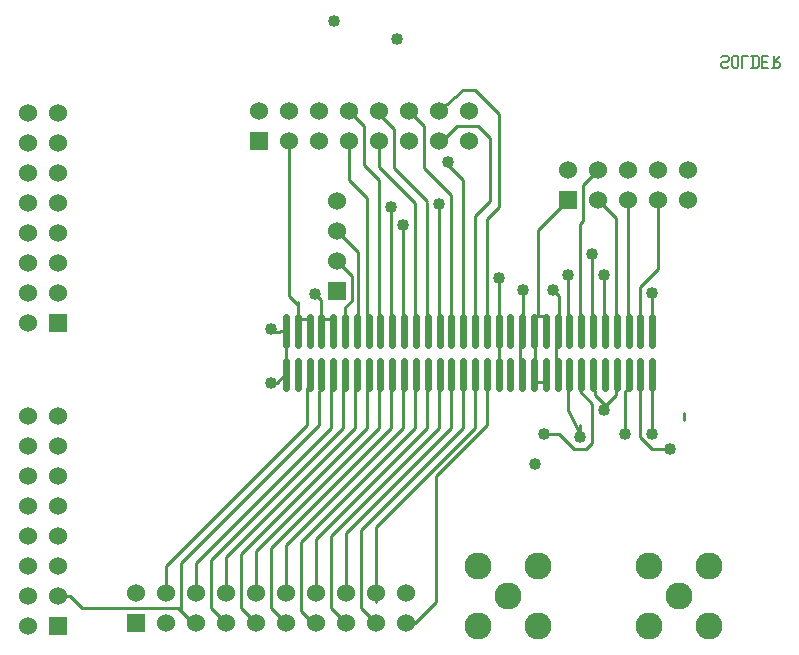
<source format=gbr>
G04 start of page 2 for group 0 idx 0
G04 Title: TX Daughterboard, solder *
G04 Creator: pcb 20070208 *
G04 CreationDate: Mon Dec 24 21:52:14 2007 UTC *
G04 For: matt *
G04 Format: Gerber/RS-274X *
G04 PCB-Dimensions: 275000 250000 *
G04 PCB-Coordinate-Origin: lower left *
%MOIN*%
%FSLAX24Y24*%
%LNBACK*%
%ADD11C,0.0100*%
%ADD12C,0.0060*%
%ADD13C,0.0600*%
%ADD14R,0.0600X0.0600*%
%ADD15C,0.0900*%
%ADD16C,0.0400*%
%ADD17C,0.0240*%
%ADD18C,0.0560*%
%ADD19C,0.1280*%
%ADD20C,0.0200*%
G54D11*X15799Y9118D02*X15800Y7800D01*
X16199Y9118D02*X16200Y7900D01*
X15399Y9118D02*X15400Y7800D01*
X15404Y11481D02*X15400Y11485D01*
X13799Y9118D02*X13800Y7800D01*
X14199Y9118D02*X14200Y7800D01*
X14599Y9118D02*X14600Y7800D01*
X14999Y9318D02*X15000Y7800D01*
X14500Y6200D02*X16200Y7900D01*
X12000Y4400D02*X15400Y7800D01*
X12500Y4500D02*X15800Y7800D01*
X12200D02*X12199Y9218D01*
X13000Y7800D02*X12999Y9118D01*
X13399D02*X13400Y7800D01*
X9499Y11018D02*X9100Y11000D01*
X9900Y12000D02*X9899Y11518D01*
X9900Y11900D02*Y11950D01*
X9100Y11000D02*X9000Y11100D01*
Y9300D02*X9200D01*
X9499Y9218D02*Y11418D01*
X10299D02*X9899D01*
X11099D02*X10699D01*
X11700Y12050D02*X11450Y11800D01*
Y11250D01*
X10650Y12050D02*Y11400D01*
X13500Y1300D02*X13800D01*
X14500Y2000D01*
X12500D02*Y4500D01*
X14500Y2000D02*Y6200D01*
X11500Y4300D02*X15000Y7800D01*
X11000Y4200D02*X14600Y7800D01*
X10000Y4000D02*X13800Y7800D01*
X10500Y4100D02*X14200Y7800D01*
X10200Y7900D02*X10199Y9118D01*
X10300Y9200D01*
X10600Y7900D02*X10599Y9018D01*
X9500Y1300D02*X9000Y1800D01*
X10500Y1300D02*X10400D01*
X10000Y1700D01*
X9000Y1800D02*Y3800D01*
X9500Y2300D02*Y3900D01*
X12599Y9118D02*X12600Y7800D01*
X11800D02*X11799Y9118D01*
X11900Y9200D01*
X10599Y9018D02*X10700Y9100D01*
X11000Y7800D02*X10999Y9118D01*
X11400Y7800D02*X11399Y9118D01*
X11500Y9200D01*
X16599Y11318D02*X16600Y11900D01*
X16599Y11418D02*Y9118D01*
X16200Y12800D02*X16199Y11518D01*
X16600Y12800D02*Y11450D01*
X18600Y12200D02*Y11800D01*
X18599Y11418D02*X18600Y11900D01*
X18499Y10718D02*Y9918D01*
X17399Y11518D02*X17400Y11900D01*
X17799Y9318D02*Y10918D01*
X17800Y10800D01*
X17299Y9918D02*Y10918D01*
X17400Y11800D02*Y12400D01*
X19400Y15900D02*X19900Y16400D01*
X20500Y14800D02*X19900Y15400D01*
X21299Y11418D02*X21300Y12500D01*
X20899Y11518D02*X20900Y15400D01*
X20499Y11518D02*X20500Y14800D01*
X20099Y11518D02*X20100Y12900D01*
X21300Y12500D02*X21900Y13100D01*
Y15400D01*
X21700Y12300D02*X21699Y11518D01*
X17899D02*X17900Y14400D01*
X19299Y11418D02*X19300Y14600D01*
X19400Y14700D01*
Y15900D01*
X18900Y15400D02*X17900Y14400D01*
X18899Y11418D02*X18900Y12900D01*
X19699Y11418D02*X19700Y13600D01*
X17799Y11518D02*X18199D01*
X18899Y9218D02*X18900Y8400D01*
X17799Y9318D02*X18099D01*
X18900Y8400D02*X19300Y7600D01*
X18100D02*X18600D01*
X19100Y7100D01*
X19300Y7600D02*Y7900D01*
X19100Y7100D02*X19500D01*
X19700Y7300D01*
Y8600D01*
X19299Y9018D01*
X20800Y7600D02*X20799Y9018D01*
X21699Y9218D02*X21700Y7600D01*
X21310Y9118D02*X21300Y9108D01*
X20799Y9018D02*X20900Y9100D01*
X20499Y9118D02*X20500Y8900D01*
X20200Y8600D01*
X20100D01*
X19800Y8900D01*
X19799Y9018D01*
X19700Y9100D01*
X21300Y9108D02*Y7500D01*
X21700Y7100D01*
X22300D01*
X22750Y8050D02*Y8300D01*
X18400Y12400D02*X18600Y12200D01*
X16200Y13700D02*Y12650D01*
X16600Y15150D02*X16200Y14750D01*
Y13600D02*Y14750D01*
X9200Y9300D02*X9499Y9618D01*
X10000Y1700D02*Y4000D01*
X10500Y2300D02*Y4100D01*
X12000Y6400D03*
X9000Y3800D02*X13000Y7800D01*
X7500Y3500D02*X11800Y7800D01*
X8000Y3600D02*X12200Y7800D01*
X8500Y3700D02*X12600Y7800D01*
X13400D02*X9500Y3900D01*
X8500Y2300D02*Y3700D01*
X5500Y3200D02*X10200Y7900D01*
X6000Y3300D02*X10600Y7900D01*
X6500Y3300D02*X11000Y7800D01*
X7000Y3400D02*X11400Y7800D01*
X5500Y2300D02*Y3200D01*
X6500Y1300D02*X6400D01*
X5900Y1800D01*
X6000Y1700D02*Y3300D01*
X6500Y2300D02*Y3300D01*
X7000Y1800D02*Y3400D01*
X7500Y1300D02*X7000Y1800D01*
X11500Y1300D02*X11000Y1800D01*
X12500Y1300D02*X12000Y1800D01*
X8500Y1300D02*X8000Y1800D01*
X11000D02*Y4200D01*
X11500Y2300D02*Y4300D01*
X12000Y1800D02*Y4400D01*
X7500Y2300D02*Y3500D01*
X8000Y1800D02*Y3600D01*
X5900Y1800D02*X2700D01*
X2300Y2200D01*
X1900D01*
X15000Y13600D02*X14999Y11518D01*
X14600Y13300D02*X14599Y11518D01*
X15000Y14600D02*Y11500D01*
X15400Y14100D02*X15399Y11518D01*
X14200Y13400D02*X14199Y11518D01*
X13800Y13350D02*X13799Y11418D01*
X13800Y14350D02*Y12800D01*
X14600Y14300D02*Y13150D01*
X15800Y14850D02*Y11250D01*
X15400Y11485D02*Y15250D01*
X13800Y15300D02*Y14300D01*
X14200Y15300D02*Y13300D01*
X13100Y16450D02*X14200Y15350D01*
X9600Y16300D02*Y12200D01*
X9900Y11900D01*
X9600Y16000D02*Y17400D01*
X13000Y13150D02*Y15200D01*
X11600Y16050D02*X12200Y15450D01*
X15400Y19050D02*X14600Y18350D01*
Y17350D02*X14700D01*
X15200Y17850D01*
X15900D01*
X16300Y17450D01*
X15400Y19050D02*X15800D01*
X16300Y17450D02*Y15350D01*
X15800Y14850D01*
Y19050D02*X16600Y18250D01*
Y15150D01*
X15400Y16050D02*Y15100D01*
X15000Y15550D02*Y14550D01*
X14600Y15250D02*Y14250D01*
X13100Y17750D02*Y16450D01*
X12600Y17350D02*Y16500D01*
X13800Y15300D01*
X12600Y18250D02*X13100Y17750D01*
X12600Y18350D02*Y18250D01*
X13600Y18350D02*X14100Y17850D01*
Y16450D01*
X15000Y15550D01*
X14900Y16650D02*Y16550D01*
X15400Y16050D01*
X11600Y17350D02*Y16050D01*
Y18350D02*X12100Y17850D01*
Y16550D01*
X12600Y14100D02*X12599Y11618D01*
X12700Y11500D01*
X12999Y11518D02*X13000Y13200D01*
X13399Y11518D02*X13400Y12600D01*
X11200Y14350D02*X11900Y13650D01*
X11200Y13350D02*X11700Y12850D01*
X12200Y13500D02*X12199Y11418D01*
X12200Y12550D02*Y14400D01*
X11900Y13650D02*Y11450D01*
X12200Y15450D02*Y14250D01*
X12100Y16550D02*X12600Y16050D01*
Y13850D01*
X11700Y12850D02*Y12050D01*
X10450Y12250D02*X10650Y12050D01*
X13400Y13500D02*Y12550D01*
X13000Y15150D02*Y14150D01*
X13400Y14550D02*Y13250D01*
G54D12*X24200Y19800D02*X24250Y19850D01*
X24050Y19800D02*X24200D01*
X24000Y19850D02*X24050Y19800D01*
X24000Y19850D02*Y19950D01*
X24050Y20000D01*
X24200D01*
X24250Y20050D01*
Y20150D01*
X24200Y20200D02*X24250Y20150D01*
X24050Y20200D02*X24200D01*
X24000Y20150D02*X24050Y20200D01*
X24370Y19850D02*Y20150D01*
Y19850D02*X24420Y19800D01*
X24520D01*
X24570Y19850D01*
Y20150D01*
X24520Y20200D02*X24570Y20150D01*
X24420Y20200D02*X24520D01*
X24370Y20150D02*X24420Y20200D01*
X24690Y19800D02*Y20200D01*
X24890D01*
X25060Y19800D02*Y20200D01*
X25210Y19800D02*X25260Y19850D01*
Y20150D01*
X25210Y20200D02*X25260Y20150D01*
X25010Y20200D02*X25210D01*
X25010Y19800D02*X25210D01*
X25380Y20000D02*X25530D01*
X25380Y20200D02*X25580D01*
X25380Y19800D02*Y20200D01*
Y19800D02*X25580D01*
X25700D02*X25900D01*
X25950Y19850D01*
Y19950D01*
X25900Y20000D02*X25950Y19950D01*
X25750Y20000D02*X25900D01*
X25750Y19800D02*Y20200D01*
Y20000D02*X25950Y20200D01*
G54D13*X1900Y3200D03*
X900D03*
X1900Y4200D03*
X900D03*
G54D14*X1900Y1200D03*
G54D13*X900D03*
X1900Y2200D03*
X900D03*
X1900Y5200D03*
X900D03*
Y6200D03*
Y7200D03*
Y8200D03*
G54D14*X1900Y11300D03*
G54D13*Y12300D03*
Y13300D03*
Y14300D03*
Y15300D03*
Y16300D03*
X900Y11300D03*
Y12300D03*
Y13300D03*
Y14300D03*
Y15300D03*
Y16300D03*
X1900Y17300D03*
X900D03*
X1900Y18300D03*
X900D03*
X11200Y13350D03*
Y14350D03*
Y15350D03*
G54D14*X8600Y17350D03*
G54D13*Y18350D03*
X9600Y17350D03*
X10600D03*
X11600D03*
X9600Y18350D03*
X10600D03*
X11600D03*
X12600Y17350D03*
X13600D03*
X14600D03*
X15600D03*
X12600Y18350D03*
X13600D03*
X14600D03*
X15600D03*
X1900Y6200D03*
Y7200D03*
Y8200D03*
G54D14*X11200Y12350D03*
X18900Y15400D03*
G54D13*Y16400D03*
X19900Y15400D03*
Y16400D03*
X20900Y15400D03*
X21900D03*
X22900D03*
X20900Y16400D03*
X21900D03*
X22900D03*
G54D15*X16900Y2200D03*
X15900Y1200D03*
Y3200D03*
X17900Y1200D03*
X22600Y2200D03*
X21600Y1200D03*
X23600D03*
X17900Y3200D03*
X21600D03*
X23600D03*
G54D14*X4500Y1300D03*
G54D13*Y2300D03*
X5500Y1300D03*
Y2300D03*
X6500Y1300D03*
Y2300D03*
X7500Y1300D03*
Y2300D03*
X8500Y1300D03*
Y2300D03*
X9500Y1300D03*
X10500D03*
X11500D03*
X12500D03*
X13500D03*
X9500Y2300D03*
X10500D03*
X11500D03*
X12500D03*
X13500D03*
G54D16*X13200Y20750D03*
X11100Y21350D03*
X9000Y11100D03*
Y9300D03*
X10450Y12250D03*
X14900Y16650D03*
X14600Y15250D03*
X13000Y15150D03*
X13400Y14550D03*
X17400Y12400D03*
X18400D03*
X16600Y12800D03*
X18900Y12900D03*
X20100D03*
X19700Y13600D03*
X21700Y12300D03*
Y7600D03*
X19300Y7500D03*
X20800Y7600D03*
X18100D03*
X17800Y6600D03*
X22300Y7100D03*
X20100Y8400D03*
G54D17*X9499Y10028D02*Y9118D01*
X10286Y10028D02*Y9118D01*
X9893Y10028D02*Y9118D01*
X10680Y10028D02*Y9118D01*
X9499Y11481D02*Y10571D01*
X11074Y10028D02*Y9118D01*
X10286Y11481D02*Y10571D01*
X10680Y11481D02*Y10571D01*
X11074Y11481D02*Y10571D01*
X9893Y11481D02*Y10571D01*
X11467Y10028D02*Y9118D01*
X11861Y10028D02*Y9118D01*
X12255Y10028D02*Y9118D01*
X12648Y10028D02*Y9118D01*
X13042Y10028D02*Y9118D01*
X13436Y10028D02*Y9118D01*
X11467Y11481D02*Y10571D01*
X11861Y11481D02*Y10571D01*
X12255Y11481D02*Y10571D01*
X12648Y11481D02*Y10571D01*
X13042Y11481D02*Y10571D01*
X13436Y11481D02*Y10571D01*
X13830Y11481D02*Y10571D01*
X14223Y11481D02*Y10571D01*
X14617Y11481D02*Y10571D01*
X15011Y11481D02*Y10571D01*
X15404Y11481D02*Y10571D01*
X15798Y11481D02*Y10571D01*
X13830Y10028D02*Y9118D01*
X14223Y10028D02*Y9118D01*
X14617Y10028D02*Y9118D01*
X15011Y10028D02*Y9118D01*
X15404Y10028D02*Y9118D01*
X21704Y11481D02*Y10571D01*
X16192Y11481D02*Y10571D01*
X16585Y11481D02*Y10571D01*
X16979Y11481D02*Y10571D01*
X17373Y11481D02*Y10571D01*
X17767Y11481D02*Y10571D01*
X15798Y10028D02*Y9118D01*
X16192Y10028D02*Y9118D01*
X16585Y10028D02*Y9118D01*
X16979Y10028D02*Y9118D01*
X17373Y10028D02*Y9118D01*
X17767Y10028D02*Y9118D01*
X18160Y10028D02*Y9118D01*
X18554Y10028D02*Y9118D01*
X18948Y10028D02*Y9118D01*
X19341Y10028D02*Y9118D01*
X19735Y10028D02*Y9118D01*
X20129Y10028D02*Y9118D01*
X20522Y10028D02*Y9118D01*
X20916Y10028D02*Y9118D01*
X21310Y10028D02*Y9118D01*
X21704Y10028D02*Y9118D01*
X18160Y11481D02*Y10571D01*
X18554Y11481D02*Y10571D01*
X18948Y11481D02*Y10571D01*
X19341Y11481D02*Y10571D01*
X19735Y11481D02*Y10571D01*
X20916Y11481D02*Y10571D01*
X21310Y11481D02*Y10571D01*
X20129Y11481D02*Y10571D01*
X20522Y11481D02*Y10571D01*
G54D16*G54D18*G54D16*G54D13*G54D16*G54D19*G54D20*G54D19*G54D20*G54D19*G54D20*G54D19*G54D20*M02*

</source>
